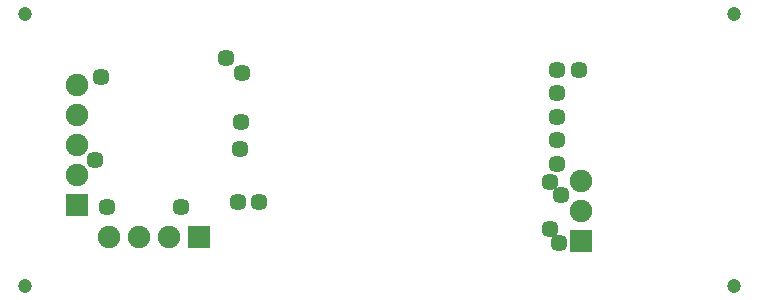
<source format=gbs>
G04*
G04 #@! TF.GenerationSoftware,Altium Limited,Altium Designer,18.1.1 (9)*
G04*
G04 Layer_Color=16711935*
%FSLAX42Y42*%
%MOMM*%
G71*
G01*
G75*
%ADD21C,1.20*%
%ADD22R,1.91X1.91*%
%ADD23C,1.91*%
%ADD24R,1.91X1.91*%
%ADD25C,1.45*%
D21*
X5750Y-250D02*
D03*
X-250Y2050D02*
D03*
X5750D02*
D03*
X-250Y-250D02*
D03*
D22*
X1224Y160D02*
D03*
D23*
X970D02*
D03*
X716D02*
D03*
X462D02*
D03*
X4460Y384D02*
D03*
Y638D02*
D03*
X190Y686D02*
D03*
Y940D02*
D03*
Y1194D02*
D03*
Y1448D02*
D03*
D24*
X4460Y130D02*
D03*
X190Y432D02*
D03*
D25*
X1590Y1550D02*
D03*
X1450Y1680D02*
D03*
X390Y1520D02*
D03*
X440Y420D02*
D03*
X1070D02*
D03*
X345Y815D02*
D03*
X1575Y1135D02*
D03*
X1570Y910D02*
D03*
X4440Y1580D02*
D03*
X4190Y230D02*
D03*
X4290Y520D02*
D03*
X4190Y630D02*
D03*
X4270Y110D02*
D03*
X4250Y1580D02*
D03*
X1730Y460D02*
D03*
X1550D02*
D03*
X4250Y780D02*
D03*
Y980D02*
D03*
Y1180D02*
D03*
Y1380D02*
D03*
M02*

</source>
